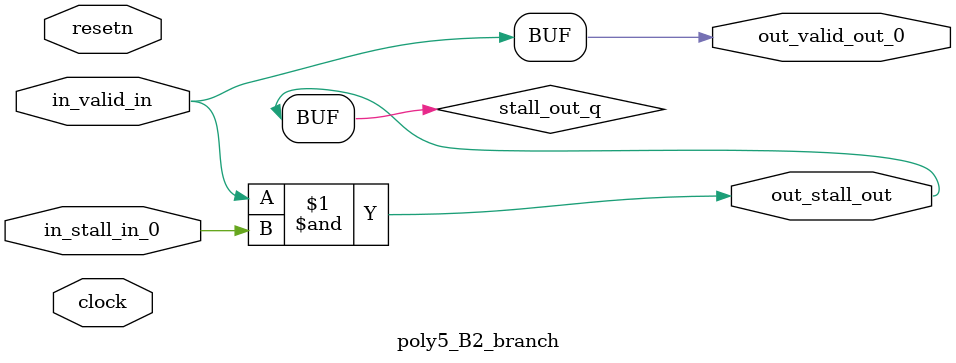
<source format=sv>



(* altera_attribute = "-name AUTO_SHIFT_REGISTER_RECOGNITION OFF; -name MESSAGE_DISABLE 10036; -name MESSAGE_DISABLE 10037; -name MESSAGE_DISABLE 14130; -name MESSAGE_DISABLE 14320; -name MESSAGE_DISABLE 15400; -name MESSAGE_DISABLE 14130; -name MESSAGE_DISABLE 10036; -name MESSAGE_DISABLE 12020; -name MESSAGE_DISABLE 12030; -name MESSAGE_DISABLE 12010; -name MESSAGE_DISABLE 12110; -name MESSAGE_DISABLE 14320; -name MESSAGE_DISABLE 13410; -name MESSAGE_DISABLE 113007; -name MESSAGE_DISABLE 10958" *)
module poly5_B2_branch (
    input wire [0:0] in_stall_in_0,
    input wire [0:0] in_valid_in,
    output wire [0:0] out_stall_out,
    output wire [0:0] out_valid_out_0,
    input wire clock,
    input wire resetn
    );

    wire [0:0] stall_out_q;


    // stall_out(LOGICAL,6)
    assign stall_out_q = in_valid_in & in_stall_in_0;

    // out_stall_out(GPOUT,4)
    assign out_stall_out = stall_out_q;

    // out_valid_out_0(GPOUT,5)
    assign out_valid_out_0 = in_valid_in;

endmodule

</source>
